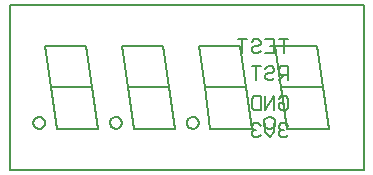
<source format=gbo>
G75*
%MOIN*%
%OFA0B0*%
%FSLAX24Y24*%
%IPPOS*%
%LPD*%
%AMOC8*
5,1,8,0,0,1.08239X$1,22.5*
%
%ADD10C,0.0050*%
D10*
X000635Y000635D02*
X000635Y006147D01*
X012446Y006147D01*
X012446Y000635D01*
X000635Y000635D01*
X002210Y002013D02*
X003588Y002013D01*
X003391Y003391D01*
X002013Y003391D01*
X001816Y004769D01*
X003194Y004769D01*
X003391Y003391D01*
X004572Y003391D02*
X005950Y003391D01*
X006147Y002013D01*
X004769Y002013D01*
X004572Y003391D01*
X004375Y004769D01*
X005753Y004769D01*
X005950Y003391D01*
X007131Y003391D02*
X008509Y003391D01*
X008706Y002013D01*
X007328Y002013D01*
X007131Y003391D01*
X006934Y004769D01*
X008312Y004769D01*
X008509Y003391D01*
X008847Y003643D02*
X008847Y004093D01*
X008997Y004093D02*
X008697Y004093D01*
X009157Y004018D02*
X009232Y004093D01*
X009382Y004093D01*
X009457Y004018D01*
X009457Y003943D01*
X009382Y003868D01*
X009232Y003868D01*
X009157Y003793D01*
X009157Y003718D01*
X009232Y003643D01*
X009382Y003643D01*
X009457Y003718D01*
X009617Y003643D02*
X009767Y003793D01*
X009692Y003793D02*
X009918Y003793D01*
X009692Y003793D02*
X009617Y003868D01*
X009617Y004018D01*
X009692Y004093D01*
X009918Y004093D01*
X009918Y003643D01*
X009690Y003391D02*
X011068Y003391D01*
X011265Y002013D01*
X009887Y002013D01*
X009690Y003391D01*
X009493Y004769D01*
X010871Y004769D01*
X011068Y003391D01*
X009918Y003018D02*
X009918Y002718D01*
X009843Y002643D01*
X009692Y002643D01*
X009617Y002718D01*
X009617Y002868D01*
X009767Y002868D01*
X009617Y003018D02*
X009692Y003093D01*
X009843Y003093D01*
X009918Y003018D01*
X009457Y003093D02*
X009157Y002643D01*
X009157Y003093D01*
X008997Y003093D02*
X008772Y003093D01*
X008697Y003018D01*
X008697Y002718D01*
X008772Y002643D01*
X008997Y002643D01*
X008997Y003093D01*
X009457Y003093D02*
X009457Y002643D01*
X009099Y002210D02*
X009101Y002237D01*
X009107Y002264D01*
X009116Y002290D01*
X009129Y002314D01*
X009145Y002337D01*
X009164Y002356D01*
X009186Y002373D01*
X009210Y002387D01*
X009235Y002397D01*
X009262Y002404D01*
X009289Y002407D01*
X009317Y002406D01*
X009344Y002401D01*
X009370Y002393D01*
X009394Y002381D01*
X009417Y002365D01*
X009438Y002347D01*
X009455Y002326D01*
X009470Y002302D01*
X009481Y002277D01*
X009489Y002251D01*
X009493Y002224D01*
X009493Y002196D01*
X009489Y002169D01*
X009481Y002143D01*
X009470Y002118D01*
X009455Y002094D01*
X009438Y002073D01*
X009417Y002055D01*
X009395Y002039D01*
X009370Y002027D01*
X009344Y002019D01*
X009317Y002014D01*
X009289Y002013D01*
X009262Y002016D01*
X009235Y002023D01*
X009210Y002033D01*
X009186Y002047D01*
X009164Y002064D01*
X009145Y002083D01*
X009129Y002106D01*
X009116Y002130D01*
X009107Y002156D01*
X009101Y002183D01*
X009099Y002210D01*
X009157Y002193D02*
X009157Y001893D01*
X009307Y001743D01*
X009457Y001893D01*
X009457Y002193D01*
X009617Y002118D02*
X009617Y002043D01*
X009692Y001968D01*
X009617Y001893D01*
X009617Y001818D01*
X009692Y001743D01*
X009843Y001743D01*
X009918Y001818D01*
X009767Y001968D02*
X009692Y001968D01*
X009617Y002118D02*
X009692Y002193D01*
X009843Y002193D01*
X009918Y002118D01*
X008997Y002118D02*
X008922Y002193D01*
X008772Y002193D01*
X008697Y002118D01*
X008697Y002043D01*
X008772Y001968D01*
X008697Y001893D01*
X008697Y001818D01*
X008772Y001743D01*
X008922Y001743D01*
X008997Y001818D01*
X008847Y001968D02*
X008772Y001968D01*
X006540Y002210D02*
X006542Y002237D01*
X006548Y002264D01*
X006557Y002290D01*
X006570Y002314D01*
X006586Y002337D01*
X006605Y002356D01*
X006627Y002373D01*
X006651Y002387D01*
X006676Y002397D01*
X006703Y002404D01*
X006730Y002407D01*
X006758Y002406D01*
X006785Y002401D01*
X006811Y002393D01*
X006835Y002381D01*
X006858Y002365D01*
X006879Y002347D01*
X006896Y002326D01*
X006911Y002302D01*
X006922Y002277D01*
X006930Y002251D01*
X006934Y002224D01*
X006934Y002196D01*
X006930Y002169D01*
X006922Y002143D01*
X006911Y002118D01*
X006896Y002094D01*
X006879Y002073D01*
X006858Y002055D01*
X006836Y002039D01*
X006811Y002027D01*
X006785Y002019D01*
X006758Y002014D01*
X006730Y002013D01*
X006703Y002016D01*
X006676Y002023D01*
X006651Y002033D01*
X006627Y002047D01*
X006605Y002064D01*
X006586Y002083D01*
X006570Y002106D01*
X006557Y002130D01*
X006548Y002156D01*
X006542Y002183D01*
X006540Y002210D01*
X003981Y002210D02*
X003983Y002237D01*
X003989Y002264D01*
X003998Y002290D01*
X004011Y002314D01*
X004027Y002337D01*
X004046Y002356D01*
X004068Y002373D01*
X004092Y002387D01*
X004117Y002397D01*
X004144Y002404D01*
X004171Y002407D01*
X004199Y002406D01*
X004226Y002401D01*
X004252Y002393D01*
X004276Y002381D01*
X004299Y002365D01*
X004320Y002347D01*
X004337Y002326D01*
X004352Y002302D01*
X004363Y002277D01*
X004371Y002251D01*
X004375Y002224D01*
X004375Y002196D01*
X004371Y002169D01*
X004363Y002143D01*
X004352Y002118D01*
X004337Y002094D01*
X004320Y002073D01*
X004299Y002055D01*
X004277Y002039D01*
X004252Y002027D01*
X004226Y002019D01*
X004199Y002014D01*
X004171Y002013D01*
X004144Y002016D01*
X004117Y002023D01*
X004092Y002033D01*
X004068Y002047D01*
X004046Y002064D01*
X004027Y002083D01*
X004011Y002106D01*
X003998Y002130D01*
X003989Y002156D01*
X003983Y002183D01*
X003981Y002210D01*
X002210Y002013D02*
X002013Y003391D01*
X001422Y002210D02*
X001424Y002237D01*
X001430Y002264D01*
X001439Y002290D01*
X001452Y002314D01*
X001468Y002337D01*
X001487Y002356D01*
X001509Y002373D01*
X001533Y002387D01*
X001558Y002397D01*
X001585Y002404D01*
X001612Y002407D01*
X001640Y002406D01*
X001667Y002401D01*
X001693Y002393D01*
X001717Y002381D01*
X001740Y002365D01*
X001761Y002347D01*
X001778Y002326D01*
X001793Y002302D01*
X001804Y002277D01*
X001812Y002251D01*
X001816Y002224D01*
X001816Y002196D01*
X001812Y002169D01*
X001804Y002143D01*
X001793Y002118D01*
X001778Y002094D01*
X001761Y002073D01*
X001740Y002055D01*
X001718Y002039D01*
X001693Y002027D01*
X001667Y002019D01*
X001640Y002014D01*
X001612Y002013D01*
X001585Y002016D01*
X001558Y002023D01*
X001533Y002033D01*
X001509Y002047D01*
X001487Y002064D01*
X001468Y002083D01*
X001452Y002106D01*
X001439Y002130D01*
X001430Y002156D01*
X001424Y002183D01*
X001422Y002210D01*
X008236Y004993D02*
X008536Y004993D01*
X008386Y004993D02*
X008386Y004543D01*
X008697Y004618D02*
X008697Y004693D01*
X008772Y004768D01*
X008922Y004768D01*
X008997Y004843D01*
X008997Y004918D01*
X008922Y004993D01*
X008772Y004993D01*
X008697Y004918D01*
X008697Y004618D02*
X008772Y004543D01*
X008922Y004543D01*
X008997Y004618D01*
X009157Y004543D02*
X009457Y004543D01*
X009457Y004993D01*
X009157Y004993D01*
X009307Y004768D02*
X009457Y004768D01*
X009617Y004993D02*
X009918Y004993D01*
X009767Y004993D02*
X009767Y004543D01*
M02*

</source>
